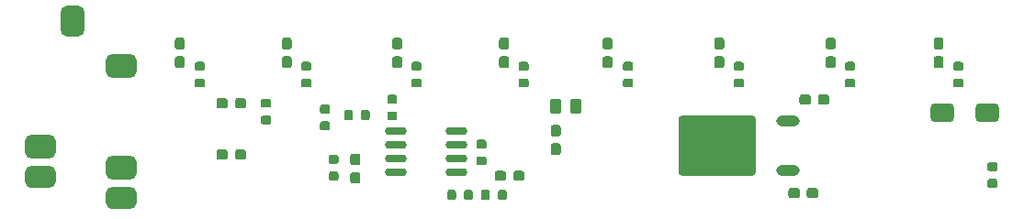
<source format=gtp>
G04 Layer_Color=8421504*
%FSLAX24Y24*%
%MOIN*%
G70*
G01*
G75*
%ADD16O,0.0800X0.0295*%
G04:AMPARAMS|DCode=17|XSize=86.6mil|YSize=110.2mil|CornerRadius=21.7mil|HoleSize=0mil|Usage=FLASHONLY|Rotation=180.000|XOffset=0mil|YOffset=0mil|HoleType=Round|Shape=RoundedRectangle|*
%AMROUNDEDRECTD17*
21,1,0.0866,0.0669,0,0,180.0*
21,1,0.0433,0.1102,0,0,180.0*
1,1,0.0433,-0.0217,0.0335*
1,1,0.0433,0.0217,0.0335*
1,1,0.0433,0.0217,-0.0335*
1,1,0.0433,-0.0217,-0.0335*
%
%ADD17ROUNDEDRECTD17*%
G04:AMPARAMS|DCode=18|XSize=86.6mil|YSize=110.2mil|CornerRadius=21.7mil|HoleSize=0mil|Usage=FLASHONLY|Rotation=90.000|XOffset=0mil|YOffset=0mil|HoleType=Round|Shape=RoundedRectangle|*
%AMROUNDEDRECTD18*
21,1,0.0866,0.0669,0,0,90.0*
21,1,0.0433,0.1102,0,0,90.0*
1,1,0.0433,0.0335,0.0217*
1,1,0.0433,0.0335,-0.0217*
1,1,0.0433,-0.0335,-0.0217*
1,1,0.0433,-0.0335,0.0217*
%
%ADD18ROUNDEDRECTD18*%
G04:AMPARAMS|DCode=19|XSize=78.7mil|YSize=110.2mil|CornerRadius=19.7mil|HoleSize=0mil|Usage=FLASHONLY|Rotation=90.000|XOffset=0mil|YOffset=0mil|HoleType=Round|Shape=RoundedRectangle|*
%AMROUNDEDRECTD19*
21,1,0.0787,0.0709,0,0,90.0*
21,1,0.0394,0.1102,0,0,90.0*
1,1,0.0394,0.0354,0.0197*
1,1,0.0394,0.0354,-0.0197*
1,1,0.0394,-0.0354,-0.0197*
1,1,0.0394,-0.0354,0.0197*
%
%ADD19ROUNDEDRECTD19*%
G04:AMPARAMS|DCode=20|XSize=55.1mil|YSize=41.3mil|CornerRadius=10.3mil|HoleSize=0mil|Usage=FLASHONLY|Rotation=270.000|XOffset=0mil|YOffset=0mil|HoleType=Round|Shape=RoundedRectangle|*
%AMROUNDEDRECTD20*
21,1,0.0551,0.0207,0,0,270.0*
21,1,0.0344,0.0413,0,0,270.0*
1,1,0.0207,-0.0103,-0.0172*
1,1,0.0207,-0.0103,0.0172*
1,1,0.0207,0.0103,0.0172*
1,1,0.0207,0.0103,-0.0172*
%
%ADD20ROUNDEDRECTD20*%
%ADD21O,0.0846X0.0394*%
G04:AMPARAMS|DCode=22|XSize=279.5mil|YSize=218.5mil|CornerRadius=10.9mil|HoleSize=0mil|Usage=FLASHONLY|Rotation=180.000|XOffset=0mil|YOffset=0mil|HoleType=Round|Shape=RoundedRectangle|*
%AMROUNDEDRECTD22*
21,1,0.2795,0.1967,0,0,180.0*
21,1,0.2577,0.2185,0,0,180.0*
1,1,0.0219,-0.1288,0.0983*
1,1,0.0219,0.1288,0.0983*
1,1,0.0219,0.1288,-0.0983*
1,1,0.0219,-0.1288,-0.0983*
%
%ADD22ROUNDEDRECTD22*%
G04:AMPARAMS|DCode=23|XSize=86.6mil|YSize=68.9mil|CornerRadius=17.2mil|HoleSize=0mil|Usage=FLASHONLY|Rotation=180.000|XOffset=0mil|YOffset=0mil|HoleType=Round|Shape=RoundedRectangle|*
%AMROUNDEDRECTD23*
21,1,0.0866,0.0344,0,0,180.0*
21,1,0.0522,0.0689,0,0,180.0*
1,1,0.0344,-0.0261,0.0172*
1,1,0.0344,0.0261,0.0172*
1,1,0.0344,0.0261,-0.0172*
1,1,0.0344,-0.0261,-0.0172*
%
%ADD23ROUNDEDRECTD23*%
G36*
X20663Y33482D02*
X20689Y33465D01*
X20707Y33438D01*
X20713Y33407D01*
Y33247D01*
X20707Y33216D01*
X20689Y33189D01*
X20663Y33172D01*
X20631Y33165D01*
X20431D01*
X20400Y33172D01*
X20374Y33189D01*
X20356Y33216D01*
X20350Y33247D01*
Y33407D01*
X20356Y33438D01*
X20374Y33465D01*
X20400Y33482D01*
X20431Y33488D01*
X20631D01*
X20663Y33482D01*
D02*
G37*
G36*
X22799Y33266D02*
X22825Y33248D01*
X22843Y33222D01*
X22849Y33190D01*
Y33030D01*
X22843Y32999D01*
X22825Y32973D01*
X22799Y32955D01*
X22767Y32949D01*
X22567D01*
X22536Y32955D01*
X22510Y32973D01*
X22492Y32999D01*
X22486Y33030D01*
Y33190D01*
X22492Y33222D01*
X22510Y33248D01*
X22536Y33266D01*
X22567Y33272D01*
X22767D01*
X22799Y33266D01*
D02*
G37*
G36*
X23635Y33679D02*
X23661Y33662D01*
X23679Y33635D01*
X23685Y33604D01*
Y33404D01*
X23679Y33373D01*
X23661Y33346D01*
X23635Y33329D01*
X23604Y33322D01*
X23444D01*
X23413Y33329D01*
X23386Y33346D01*
X23368Y33373D01*
X23362Y33404D01*
Y33604D01*
X23368Y33635D01*
X23386Y33662D01*
X23413Y33679D01*
X23444Y33686D01*
X23604D01*
X23635Y33679D01*
D02*
G37*
G36*
X25239Y33620D02*
X25266Y33602D01*
X25284Y33576D01*
X25290Y33545D01*
Y33385D01*
X25284Y33353D01*
X25266Y33327D01*
X25239Y33309D01*
X25208Y33303D01*
X25008D01*
X24977Y33309D01*
X24951Y33327D01*
X24933Y33353D01*
X24927Y33385D01*
Y33545D01*
X24933Y33576D01*
X24951Y33602D01*
X24977Y33620D01*
X25008Y33626D01*
X25208D01*
X25239Y33620D01*
D02*
G37*
G36*
X31168Y32463D02*
X31198Y32443D01*
X31218Y32414D01*
X31225Y32378D01*
Y32148D01*
X31218Y32113D01*
X31198Y32084D01*
X31168Y32064D01*
X31133Y32057D01*
X30953D01*
X30918Y32064D01*
X30888Y32084D01*
X30869Y32113D01*
X30862Y32148D01*
Y32378D01*
X30869Y32414D01*
X30888Y32443D01*
X30918Y32463D01*
X30953Y32470D01*
X31133D01*
X31168Y32463D01*
D02*
G37*
G36*
X19757Y32242D02*
X19787Y32222D01*
X19806Y32192D01*
X19813Y32157D01*
Y31977D01*
X19806Y31942D01*
X19787Y31912D01*
X19757Y31892D01*
X19722Y31885D01*
X19492D01*
X19457Y31892D01*
X19427Y31912D01*
X19407Y31942D01*
X19400Y31977D01*
Y32157D01*
X19407Y32192D01*
X19427Y32222D01*
X19457Y32242D01*
X19492Y32249D01*
X19722D01*
X19757Y32242D01*
D02*
G37*
G36*
X31168Y33133D02*
X31198Y33113D01*
X31218Y33084D01*
X31225Y33048D01*
Y32818D01*
X31218Y32783D01*
X31198Y32754D01*
X31168Y32734D01*
X31133Y32727D01*
X30953D01*
X30918Y32734D01*
X30888Y32754D01*
X30869Y32783D01*
X30862Y32818D01*
Y33048D01*
X30869Y33084D01*
X30888Y33113D01*
X30918Y33133D01*
X30953Y33140D01*
X31133D01*
X31168Y33133D01*
D02*
G37*
G36*
X28478Y32596D02*
X28504Y32578D01*
X28522Y32552D01*
X28528Y32521D01*
Y32361D01*
X28522Y32330D01*
X28504Y32303D01*
X28478Y32285D01*
X28446Y32279D01*
X28246D01*
X28215Y32285D01*
X28189Y32303D01*
X28171Y32330D01*
X28165Y32361D01*
Y32521D01*
X28171Y32552D01*
X28189Y32578D01*
X28215Y32596D01*
X28246Y32602D01*
X28446D01*
X28478Y32596D01*
D02*
G37*
G36*
X40248Y34240D02*
X40278Y34220D01*
X40298Y34190D01*
X40305Y34155D01*
Y33975D01*
X40298Y33940D01*
X40278Y33910D01*
X40248Y33890D01*
X40213Y33883D01*
X39983D01*
X39948Y33890D01*
X39918Y33910D01*
X39898Y33940D01*
X39891Y33975D01*
Y34155D01*
X39898Y34190D01*
X39918Y34220D01*
X39948Y34240D01*
X39983Y34247D01*
X40213D01*
X40248Y34240D01*
D02*
G37*
G36*
X20663Y34092D02*
X20689Y34075D01*
X20707Y34048D01*
X20713Y34017D01*
Y33857D01*
X20707Y33826D01*
X20689Y33799D01*
X20663Y33782D01*
X20631Y33775D01*
X20431D01*
X20400Y33782D01*
X20374Y33799D01*
X20356Y33826D01*
X20350Y33857D01*
Y34017D01*
X20356Y34048D01*
X20374Y34075D01*
X20400Y34092D01*
X20431Y34098D01*
X20631D01*
X20663Y34092D01*
D02*
G37*
G36*
X25239Y34230D02*
X25266Y34212D01*
X25284Y34186D01*
X25290Y34155D01*
Y33995D01*
X25284Y33963D01*
X25266Y33937D01*
X25239Y33919D01*
X25208Y33913D01*
X25008D01*
X24977Y33919D01*
X24951Y33937D01*
X24933Y33963D01*
X24927Y33995D01*
Y34155D01*
X24933Y34186D01*
X24951Y34212D01*
X24977Y34230D01*
X25008Y34236D01*
X25208D01*
X25239Y34230D01*
D02*
G37*
G36*
X40918Y34240D02*
X40948Y34220D01*
X40968Y34190D01*
X40975Y34155D01*
Y33975D01*
X40968Y33940D01*
X40948Y33910D01*
X40918Y33890D01*
X40883Y33883D01*
X40653D01*
X40618Y33890D01*
X40588Y33910D01*
X40568Y33940D01*
X40561Y33975D01*
Y34155D01*
X40568Y34190D01*
X40588Y34220D01*
X40618Y34240D01*
X40653Y34247D01*
X40883D01*
X40918Y34240D01*
D02*
G37*
G36*
X22799Y33876D02*
X22825Y33858D01*
X22843Y33832D01*
X22849Y33800D01*
Y33640D01*
X22843Y33609D01*
X22825Y33583D01*
X22799Y33565D01*
X22767Y33559D01*
X22567D01*
X22536Y33565D01*
X22510Y33583D01*
X22492Y33609D01*
X22486Y33640D01*
Y33800D01*
X22492Y33832D01*
X22510Y33858D01*
X22536Y33876D01*
X22567Y33882D01*
X22767D01*
X22799Y33876D01*
D02*
G37*
G36*
X24245Y33679D02*
X24271Y33662D01*
X24289Y33635D01*
X24295Y33604D01*
Y33404D01*
X24289Y33373D01*
X24271Y33346D01*
X24245Y33329D01*
X24214Y33322D01*
X24054D01*
X24023Y33329D01*
X23996Y33346D01*
X23978Y33373D01*
X23972Y33404D01*
Y33604D01*
X23978Y33635D01*
X23996Y33662D01*
X24023Y33679D01*
X24054Y33686D01*
X24214D01*
X24245Y33679D01*
D02*
G37*
G36*
X19757Y34112D02*
X19787Y34092D01*
X19806Y34062D01*
X19813Y34027D01*
Y33847D01*
X19806Y33812D01*
X19787Y33782D01*
X19757Y33762D01*
X19722Y33755D01*
X19492D01*
X19457Y33762D01*
X19427Y33782D01*
X19407Y33812D01*
X19400Y33847D01*
Y34027D01*
X19407Y34062D01*
X19427Y34092D01*
X19457Y34112D01*
X19492Y34119D01*
X19722D01*
X19757Y34112D01*
D02*
G37*
G36*
X19087D02*
X19117Y34092D01*
X19136Y34062D01*
X19143Y34027D01*
Y33847D01*
X19136Y33812D01*
X19117Y33782D01*
X19087Y33762D01*
X19052Y33755D01*
X18822D01*
X18787Y33762D01*
X18757Y33782D01*
X18737Y33812D01*
X18730Y33847D01*
Y34027D01*
X18737Y34062D01*
X18757Y34092D01*
X18787Y34112D01*
X18822Y34119D01*
X19052D01*
X19087Y34112D01*
D02*
G37*
G36*
X40515Y30844D02*
X40544Y30824D01*
X40564Y30794D01*
X40571Y30759D01*
Y30579D01*
X40564Y30544D01*
X40544Y30514D01*
X40515Y30495D01*
X40480Y30488D01*
X40250D01*
X40214Y30495D01*
X40185Y30514D01*
X40165Y30544D01*
X40158Y30579D01*
Y30759D01*
X40165Y30794D01*
X40185Y30824D01*
X40214Y30844D01*
X40250Y30851D01*
X40480D01*
X40515Y30844D01*
D02*
G37*
G36*
X39845D02*
X39874Y30824D01*
X39894Y30794D01*
X39901Y30759D01*
Y30579D01*
X39894Y30544D01*
X39874Y30514D01*
X39845Y30495D01*
X39810Y30488D01*
X39580D01*
X39544Y30495D01*
X39515Y30514D01*
X39495Y30544D01*
X39488Y30579D01*
Y30759D01*
X39495Y30794D01*
X39515Y30824D01*
X39544Y30844D01*
X39580Y30851D01*
X39810D01*
X39845Y30844D01*
D02*
G37*
G36*
X23895Y31420D02*
X23925Y31400D01*
X23944Y31370D01*
X23951Y31335D01*
Y31105D01*
X23944Y31070D01*
X23925Y31040D01*
X23895Y31020D01*
X23860Y31013D01*
X23680D01*
X23645Y31020D01*
X23615Y31040D01*
X23595Y31070D01*
X23588Y31105D01*
Y31335D01*
X23595Y31370D01*
X23615Y31400D01*
X23645Y31420D01*
X23680Y31427D01*
X23860D01*
X23895Y31420D01*
D02*
G37*
G36*
X47031Y31169D02*
X47057Y31152D01*
X47075Y31125D01*
X47081Y31094D01*
Y30934D01*
X47075Y30903D01*
X47057Y30876D01*
X47031Y30859D01*
X47000Y30852D01*
X46800D01*
X46768Y30859D01*
X46742Y30876D01*
X46724Y30903D01*
X46718Y30934D01*
Y31094D01*
X46724Y31125D01*
X46742Y31152D01*
X46768Y31169D01*
X46800Y31175D01*
X47000D01*
X47031Y31169D01*
D02*
G37*
G36*
X27985Y30776D02*
X28012Y30758D01*
X28029Y30732D01*
X28035Y30700D01*
Y30500D01*
X28029Y30469D01*
X28012Y30443D01*
X27985Y30425D01*
X27954Y30419D01*
X27794D01*
X27763Y30425D01*
X27736Y30443D01*
X27719Y30469D01*
X27712Y30500D01*
Y30700D01*
X27719Y30732D01*
X27736Y30758D01*
X27763Y30776D01*
X27794Y30782D01*
X27954D01*
X27985Y30776D01*
D02*
G37*
G36*
X27375D02*
X27402Y30758D01*
X27419Y30732D01*
X27425Y30700D01*
Y30500D01*
X27419Y30469D01*
X27402Y30443D01*
X27375Y30425D01*
X27344Y30419D01*
X27184D01*
X27153Y30425D01*
X27126Y30443D01*
X27109Y30469D01*
X27102Y30500D01*
Y30700D01*
X27109Y30732D01*
X27126Y30758D01*
X27153Y30776D01*
X27184Y30782D01*
X27344D01*
X27375Y30776D01*
D02*
G37*
G36*
X29215D02*
X29242Y30758D01*
X29260Y30732D01*
X29266Y30700D01*
Y30500D01*
X29260Y30469D01*
X29242Y30443D01*
X29215Y30425D01*
X29184Y30419D01*
X29024D01*
X28993Y30425D01*
X28967Y30443D01*
X28949Y30469D01*
X28943Y30500D01*
Y30700D01*
X28949Y30732D01*
X28967Y30758D01*
X28993Y30776D01*
X29024Y30782D01*
X29184D01*
X29215Y30776D01*
D02*
G37*
G36*
X28605D02*
X28632Y30758D01*
X28650Y30732D01*
X28656Y30700D01*
Y30500D01*
X28650Y30469D01*
X28632Y30443D01*
X28605Y30425D01*
X28574Y30419D01*
X28414D01*
X28383Y30425D01*
X28357Y30443D01*
X28339Y30469D01*
X28333Y30500D01*
Y30700D01*
X28339Y30732D01*
X28357Y30758D01*
X28383Y30776D01*
X28414Y30782D01*
X28574D01*
X28605Y30776D01*
D02*
G37*
G36*
X23895Y32090D02*
X23925Y32070D01*
X23944Y32040D01*
X23951Y32005D01*
Y31775D01*
X23944Y31740D01*
X23925Y31710D01*
X23895Y31690D01*
X23860Y31683D01*
X23680D01*
X23645Y31690D01*
X23615Y31710D01*
X23595Y31740D01*
X23588Y31775D01*
Y32005D01*
X23595Y32040D01*
X23615Y32070D01*
X23645Y32090D01*
X23680Y32097D01*
X23860D01*
X23895Y32090D01*
D02*
G37*
G36*
X28478Y31986D02*
X28504Y31969D01*
X28522Y31942D01*
X28528Y31911D01*
Y31751D01*
X28522Y31720D01*
X28504Y31693D01*
X28478Y31675D01*
X28446Y31669D01*
X28246D01*
X28215Y31675D01*
X28189Y31693D01*
X28171Y31720D01*
X28165Y31751D01*
Y31911D01*
X28171Y31942D01*
X28189Y31969D01*
X28215Y31986D01*
X28246Y31992D01*
X28446D01*
X28478Y31986D01*
D02*
G37*
G36*
X19087Y32242D02*
X19117Y32222D01*
X19136Y32192D01*
X19143Y32157D01*
Y31977D01*
X19136Y31942D01*
X19117Y31912D01*
X19087Y31892D01*
X19052Y31885D01*
X18822D01*
X18787Y31892D01*
X18757Y31912D01*
X18737Y31942D01*
X18730Y31977D01*
Y32157D01*
X18737Y32192D01*
X18757Y32222D01*
X18787Y32242D01*
X18822Y32249D01*
X19052D01*
X19087Y32242D01*
D02*
G37*
G36*
X23114Y32045D02*
X23140Y32027D01*
X23158Y32001D01*
X23164Y31970D01*
Y31810D01*
X23158Y31778D01*
X23140Y31752D01*
X23114Y31734D01*
X23082Y31728D01*
X22882D01*
X22851Y31734D01*
X22825Y31752D01*
X22807Y31778D01*
X22801Y31810D01*
Y31970D01*
X22807Y32001D01*
X22825Y32027D01*
X22851Y32045D01*
X22882Y32051D01*
X23082D01*
X23114Y32045D01*
D02*
G37*
G36*
X29855Y31464D02*
X29885Y31444D01*
X29905Y31414D01*
X29912Y31379D01*
Y31199D01*
X29905Y31164D01*
X29885Y31134D01*
X29855Y31115D01*
X29820Y31108D01*
X29590D01*
X29555Y31115D01*
X29525Y31134D01*
X29505Y31164D01*
X29498Y31199D01*
Y31379D01*
X29505Y31414D01*
X29525Y31444D01*
X29555Y31464D01*
X29590Y31471D01*
X29820D01*
X29855Y31464D01*
D02*
G37*
G36*
X29185D02*
X29215Y31444D01*
X29235Y31414D01*
X29242Y31379D01*
Y31199D01*
X29235Y31164D01*
X29215Y31134D01*
X29185Y31115D01*
X29150Y31108D01*
X28920D01*
X28885Y31115D01*
X28855Y31134D01*
X28835Y31164D01*
X28828Y31199D01*
Y31379D01*
X28835Y31414D01*
X28855Y31444D01*
X28885Y31464D01*
X28920Y31471D01*
X29150D01*
X29185Y31464D01*
D02*
G37*
G36*
X47031Y31779D02*
X47057Y31762D01*
X47075Y31735D01*
X47081Y31704D01*
Y31544D01*
X47075Y31513D01*
X47057Y31486D01*
X47031Y31469D01*
X47000Y31462D01*
X46800D01*
X46768Y31469D01*
X46742Y31486D01*
X46724Y31513D01*
X46718Y31544D01*
Y31704D01*
X46724Y31735D01*
X46742Y31762D01*
X46768Y31779D01*
X46800Y31785D01*
X47000D01*
X47031Y31779D01*
D02*
G37*
G36*
X23114Y31435D02*
X23140Y31417D01*
X23158Y31391D01*
X23164Y31360D01*
Y31200D01*
X23158Y31168D01*
X23140Y31142D01*
X23114Y31124D01*
X23082Y31118D01*
X22882D01*
X22851Y31124D01*
X22825Y31142D01*
X22807Y31168D01*
X22801Y31200D01*
Y31360D01*
X22807Y31391D01*
X22825Y31417D01*
X22851Y31435D01*
X22882Y31441D01*
X23082D01*
X23114Y31435D01*
D02*
G37*
G36*
X29298Y35632D02*
X29328Y35613D01*
X29348Y35583D01*
X29355Y35548D01*
Y35318D01*
X29348Y35283D01*
X29328Y35253D01*
X29298Y35233D01*
X29263Y35226D01*
X29083D01*
X29048Y35233D01*
X29018Y35253D01*
X28998Y35283D01*
X28991Y35318D01*
Y35548D01*
X28998Y35583D01*
X29018Y35613D01*
X29048Y35632D01*
X29083Y35639D01*
X29263D01*
X29298Y35632D01*
D02*
G37*
G36*
X25420D02*
X25450Y35613D01*
X25470Y35583D01*
X25477Y35548D01*
Y35318D01*
X25470Y35283D01*
X25450Y35253D01*
X25420Y35233D01*
X25385Y35226D01*
X25205D01*
X25170Y35233D01*
X25140Y35253D01*
X25120Y35283D01*
X25114Y35318D01*
Y35548D01*
X25120Y35583D01*
X25140Y35613D01*
X25170Y35632D01*
X25205Y35639D01*
X25385D01*
X25420Y35632D01*
D02*
G37*
G36*
X45066D02*
X45096Y35613D01*
X45116Y35583D01*
X45123Y35548D01*
Y35318D01*
X45116Y35283D01*
X45096Y35253D01*
X45066Y35233D01*
X45031Y35226D01*
X44851D01*
X44816Y35233D01*
X44786Y35253D01*
X44766Y35283D01*
X44759Y35318D01*
Y35548D01*
X44766Y35583D01*
X44786Y35613D01*
X44816Y35632D01*
X44851Y35639D01*
X45031D01*
X45066Y35632D01*
D02*
G37*
G36*
X41149D02*
X41179Y35613D01*
X41198Y35583D01*
X41205Y35548D01*
Y35318D01*
X41198Y35283D01*
X41179Y35253D01*
X41149Y35233D01*
X41114Y35226D01*
X40934D01*
X40899Y35233D01*
X40869Y35253D01*
X40849Y35283D01*
X40842Y35318D01*
Y35548D01*
X40849Y35583D01*
X40869Y35613D01*
X40899Y35632D01*
X40934Y35639D01*
X41114D01*
X41149Y35632D01*
D02*
G37*
G36*
X37103Y35632D02*
X37133Y35613D01*
X37153Y35583D01*
X37160Y35548D01*
Y35318D01*
X37153Y35283D01*
X37133Y35253D01*
X37103Y35233D01*
X37068Y35226D01*
X36888D01*
X36853Y35233D01*
X36823Y35253D01*
X36804Y35283D01*
X36797Y35318D01*
Y35548D01*
X36804Y35583D01*
X36823Y35613D01*
X36853Y35632D01*
X36888Y35639D01*
X37068D01*
X37103Y35632D01*
D02*
G37*
G36*
X33058D02*
X33088Y35613D01*
X33108Y35583D01*
X33115Y35548D01*
Y35318D01*
X33108Y35283D01*
X33088Y35253D01*
X33058Y35233D01*
X33023Y35226D01*
X32843D01*
X32808Y35233D01*
X32778Y35253D01*
X32758Y35283D01*
X32751Y35318D01*
Y35548D01*
X32758Y35583D01*
X32778Y35613D01*
X32808Y35632D01*
X32843Y35639D01*
X33023D01*
X33058Y35632D01*
D02*
G37*
G36*
X21405Y35632D02*
X21434Y35613D01*
X21454Y35583D01*
X21461Y35548D01*
Y35318D01*
X21454Y35283D01*
X21434Y35253D01*
X21405Y35233D01*
X21370Y35226D01*
X21190D01*
X21154Y35233D01*
X21125Y35253D01*
X21105Y35283D01*
X21098Y35318D01*
Y35548D01*
X21105Y35583D01*
X21125Y35613D01*
X21154Y35632D01*
X21190Y35639D01*
X21370D01*
X21405Y35632D01*
D02*
G37*
G36*
X17527D02*
X17556Y35613D01*
X17576Y35583D01*
X17583Y35548D01*
Y35318D01*
X17576Y35283D01*
X17556Y35253D01*
X17527Y35233D01*
X17492Y35226D01*
X17312D01*
X17276Y35233D01*
X17247Y35253D01*
X17227Y35283D01*
X17220Y35318D01*
Y35548D01*
X17227Y35583D01*
X17247Y35613D01*
X17276Y35632D01*
X17312Y35639D01*
X17492D01*
X17527Y35632D01*
D02*
G37*
G36*
X29298Y36302D02*
X29328Y36283D01*
X29348Y36253D01*
X29355Y36218D01*
Y35988D01*
X29348Y35953D01*
X29328Y35923D01*
X29298Y35903D01*
X29263Y35896D01*
X29083D01*
X29048Y35903D01*
X29018Y35923D01*
X28998Y35953D01*
X28991Y35988D01*
Y36218D01*
X28998Y36253D01*
X29018Y36283D01*
X29048Y36302D01*
X29083Y36309D01*
X29263D01*
X29298Y36302D01*
D02*
G37*
G36*
X25420D02*
X25450Y36283D01*
X25470Y36253D01*
X25477Y36218D01*
Y35988D01*
X25470Y35953D01*
X25450Y35923D01*
X25420Y35903D01*
X25385Y35896D01*
X25205D01*
X25170Y35903D01*
X25140Y35923D01*
X25120Y35953D01*
X25114Y35988D01*
Y36218D01*
X25120Y36253D01*
X25140Y36283D01*
X25170Y36302D01*
X25205Y36309D01*
X25385D01*
X25420Y36302D01*
D02*
G37*
G36*
X45066D02*
X45096Y36283D01*
X45116Y36253D01*
X45123Y36218D01*
Y35988D01*
X45116Y35953D01*
X45096Y35923D01*
X45066Y35903D01*
X45031Y35896D01*
X44851D01*
X44816Y35903D01*
X44786Y35923D01*
X44766Y35953D01*
X44759Y35988D01*
Y36218D01*
X44766Y36253D01*
X44786Y36283D01*
X44816Y36302D01*
X44851Y36309D01*
X45031D01*
X45066Y36302D01*
D02*
G37*
G36*
X41149D02*
X41179Y36283D01*
X41198Y36253D01*
X41205Y36218D01*
Y35988D01*
X41198Y35953D01*
X41179Y35923D01*
X41149Y35903D01*
X41114Y35896D01*
X40934D01*
X40899Y35903D01*
X40869Y35923D01*
X40849Y35953D01*
X40842Y35988D01*
Y36218D01*
X40849Y36253D01*
X40869Y36283D01*
X40899Y36302D01*
X40934Y36309D01*
X41114D01*
X41149Y36302D01*
D02*
G37*
G36*
X37103Y36302D02*
X37133Y36283D01*
X37153Y36253D01*
X37160Y36218D01*
Y35988D01*
X37153Y35953D01*
X37133Y35923D01*
X37103Y35903D01*
X37068Y35896D01*
X36888D01*
X36853Y35903D01*
X36823Y35923D01*
X36804Y35953D01*
X36797Y35988D01*
Y36218D01*
X36804Y36253D01*
X36823Y36283D01*
X36853Y36302D01*
X36888Y36309D01*
X37068D01*
X37103Y36302D01*
D02*
G37*
G36*
X33058D02*
X33088Y36283D01*
X33108Y36253D01*
X33115Y36218D01*
Y35988D01*
X33108Y35953D01*
X33088Y35923D01*
X33058Y35903D01*
X33023Y35896D01*
X32843D01*
X32808Y35903D01*
X32778Y35923D01*
X32758Y35953D01*
X32751Y35988D01*
Y36218D01*
X32758Y36253D01*
X32778Y36283D01*
X32808Y36302D01*
X32843Y36309D01*
X33023D01*
X33058Y36302D01*
D02*
G37*
G36*
X21405Y36302D02*
X21434Y36283D01*
X21454Y36253D01*
X21461Y36218D01*
Y35988D01*
X21454Y35953D01*
X21434Y35923D01*
X21405Y35903D01*
X21370Y35896D01*
X21190D01*
X21154Y35903D01*
X21125Y35923D01*
X21105Y35953D01*
X21098Y35988D01*
Y36218D01*
X21105Y36253D01*
X21125Y36283D01*
X21154Y36302D01*
X21190Y36309D01*
X21370D01*
X21405Y36302D01*
D02*
G37*
G36*
X17527D02*
X17556Y36283D01*
X17576Y36253D01*
X17583Y36218D01*
Y35988D01*
X17576Y35953D01*
X17556Y35923D01*
X17527Y35903D01*
X17492Y35896D01*
X17312D01*
X17276Y35903D01*
X17247Y35923D01*
X17227Y35953D01*
X17220Y35988D01*
Y36218D01*
X17227Y36253D01*
X17247Y36283D01*
X17276Y36302D01*
X17312Y36309D01*
X17492D01*
X17527Y36302D01*
D02*
G37*
G36*
X37818Y34821D02*
X37845Y34803D01*
X37862Y34777D01*
X37869Y34745D01*
Y34585D01*
X37862Y34554D01*
X37845Y34528D01*
X37818Y34510D01*
X37787Y34504D01*
X37587D01*
X37556Y34510D01*
X37529Y34528D01*
X37512Y34554D01*
X37505Y34585D01*
Y34745D01*
X37512Y34777D01*
X37529Y34803D01*
X37556Y34821D01*
X37587Y34827D01*
X37787D01*
X37818Y34821D01*
D02*
G37*
G36*
X33802D02*
X33829Y34803D01*
X33847Y34777D01*
X33853Y34745D01*
Y34585D01*
X33847Y34554D01*
X33829Y34528D01*
X33802Y34510D01*
X33771Y34504D01*
X33571D01*
X33540Y34510D01*
X33514Y34528D01*
X33496Y34554D01*
X33490Y34585D01*
Y34745D01*
X33496Y34777D01*
X33514Y34803D01*
X33540Y34821D01*
X33571Y34827D01*
X33771D01*
X33802Y34821D01*
D02*
G37*
G36*
X45781D02*
X45807Y34803D01*
X45825Y34777D01*
X45831Y34745D01*
Y34585D01*
X45825Y34554D01*
X45807Y34528D01*
X45781Y34510D01*
X45750Y34504D01*
X45550D01*
X45518Y34510D01*
X45492Y34528D01*
X45474Y34554D01*
X45468Y34585D01*
Y34745D01*
X45474Y34777D01*
X45492Y34803D01*
X45518Y34821D01*
X45550Y34827D01*
X45750D01*
X45781Y34821D01*
D02*
G37*
G36*
X41863D02*
X41890Y34803D01*
X41908Y34777D01*
X41914Y34745D01*
Y34585D01*
X41908Y34554D01*
X41890Y34528D01*
X41863Y34510D01*
X41832Y34504D01*
X41632D01*
X41601Y34510D01*
X41575Y34528D01*
X41557Y34554D01*
X41551Y34585D01*
Y34745D01*
X41557Y34777D01*
X41575Y34803D01*
X41601Y34821D01*
X41632Y34827D01*
X41832D01*
X41863Y34821D01*
D02*
G37*
G36*
X22119D02*
X22146Y34803D01*
X22164Y34777D01*
X22170Y34745D01*
Y34585D01*
X22164Y34554D01*
X22146Y34528D01*
X22119Y34510D01*
X22088Y34504D01*
X21888D01*
X21857Y34510D01*
X21831Y34528D01*
X21813Y34554D01*
X21807Y34585D01*
Y34745D01*
X21813Y34777D01*
X21831Y34803D01*
X21857Y34821D01*
X21888Y34827D01*
X22088D01*
X22119Y34821D01*
D02*
G37*
G36*
X18261D02*
X18288Y34803D01*
X18305Y34777D01*
X18311Y34745D01*
Y34585D01*
X18305Y34554D01*
X18288Y34528D01*
X18261Y34510D01*
X18230Y34504D01*
X18030D01*
X17999Y34510D01*
X17972Y34528D01*
X17955Y34554D01*
X17948Y34585D01*
Y34745D01*
X17955Y34777D01*
X17972Y34803D01*
X17999Y34821D01*
X18030Y34827D01*
X18230D01*
X18261Y34821D01*
D02*
G37*
G36*
X30013D02*
X30040Y34803D01*
X30057Y34777D01*
X30063Y34745D01*
Y34585D01*
X30057Y34554D01*
X30040Y34528D01*
X30013Y34510D01*
X29982Y34504D01*
X29782D01*
X29751Y34510D01*
X29724Y34528D01*
X29707Y34554D01*
X29700Y34585D01*
Y34745D01*
X29707Y34777D01*
X29724Y34803D01*
X29751Y34821D01*
X29782Y34827D01*
X29982D01*
X30013Y34821D01*
D02*
G37*
G36*
X26115D02*
X26142Y34803D01*
X26160Y34777D01*
X26166Y34745D01*
Y34585D01*
X26160Y34554D01*
X26142Y34528D01*
X26115Y34510D01*
X26084Y34504D01*
X25884D01*
X25853Y34510D01*
X25827Y34528D01*
X25809Y34554D01*
X25803Y34585D01*
Y34745D01*
X25809Y34777D01*
X25827Y34803D01*
X25853Y34821D01*
X25884Y34827D01*
X26084D01*
X26115Y34821D01*
D02*
G37*
G36*
X37818Y35431D02*
X37845Y35413D01*
X37862Y35387D01*
X37869Y35355D01*
Y35195D01*
X37862Y35164D01*
X37845Y35138D01*
X37818Y35120D01*
X37787Y35114D01*
X37587D01*
X37556Y35120D01*
X37529Y35138D01*
X37512Y35164D01*
X37505Y35195D01*
Y35355D01*
X37512Y35387D01*
X37529Y35413D01*
X37556Y35431D01*
X37587Y35437D01*
X37787D01*
X37818Y35431D01*
D02*
G37*
G36*
X33802D02*
X33829Y35413D01*
X33847Y35387D01*
X33853Y35355D01*
Y35195D01*
X33847Y35164D01*
X33829Y35138D01*
X33802Y35120D01*
X33771Y35114D01*
X33571D01*
X33540Y35120D01*
X33514Y35138D01*
X33496Y35164D01*
X33490Y35195D01*
Y35355D01*
X33496Y35387D01*
X33514Y35413D01*
X33540Y35431D01*
X33571Y35437D01*
X33771D01*
X33802Y35431D01*
D02*
G37*
G36*
X45781D02*
X45807Y35413D01*
X45825Y35387D01*
X45831Y35355D01*
Y35195D01*
X45825Y35164D01*
X45807Y35138D01*
X45781Y35120D01*
X45750Y35114D01*
X45550D01*
X45518Y35120D01*
X45492Y35138D01*
X45474Y35164D01*
X45468Y35195D01*
Y35355D01*
X45474Y35387D01*
X45492Y35413D01*
X45518Y35431D01*
X45550Y35437D01*
X45750D01*
X45781Y35431D01*
D02*
G37*
G36*
X41863D02*
X41890Y35413D01*
X41908Y35387D01*
X41914Y35355D01*
Y35195D01*
X41908Y35164D01*
X41890Y35138D01*
X41863Y35120D01*
X41832Y35114D01*
X41632D01*
X41601Y35120D01*
X41575Y35138D01*
X41557Y35164D01*
X41551Y35195D01*
Y35355D01*
X41557Y35387D01*
X41575Y35413D01*
X41601Y35431D01*
X41632Y35437D01*
X41832D01*
X41863Y35431D01*
D02*
G37*
G36*
X22119D02*
X22146Y35413D01*
X22164Y35387D01*
X22170Y35355D01*
Y35195D01*
X22164Y35164D01*
X22146Y35138D01*
X22119Y35120D01*
X22088Y35114D01*
X21888D01*
X21857Y35120D01*
X21831Y35138D01*
X21813Y35164D01*
X21807Y35195D01*
Y35355D01*
X21813Y35387D01*
X21831Y35413D01*
X21857Y35431D01*
X21888Y35437D01*
X22088D01*
X22119Y35431D01*
D02*
G37*
G36*
X18261D02*
X18288Y35413D01*
X18305Y35387D01*
X18311Y35355D01*
Y35195D01*
X18305Y35164D01*
X18288Y35138D01*
X18261Y35120D01*
X18230Y35114D01*
X18030D01*
X17999Y35120D01*
X17972Y35138D01*
X17955Y35164D01*
X17948Y35195D01*
Y35355D01*
X17955Y35387D01*
X17972Y35413D01*
X17999Y35431D01*
X18030Y35437D01*
X18230D01*
X18261Y35431D01*
D02*
G37*
G36*
X30013D02*
X30040Y35413D01*
X30057Y35387D01*
X30063Y35355D01*
Y35195D01*
X30057Y35164D01*
X30040Y35138D01*
X30013Y35120D01*
X29982Y35114D01*
X29782D01*
X29751Y35120D01*
X29724Y35138D01*
X29707Y35164D01*
X29700Y35195D01*
Y35355D01*
X29707Y35387D01*
X29724Y35413D01*
X29751Y35431D01*
X29782Y35437D01*
X29982D01*
X30013Y35431D01*
D02*
G37*
G36*
X26115D02*
X26142Y35413D01*
X26160Y35387D01*
X26166Y35355D01*
Y35195D01*
X26160Y35164D01*
X26142Y35138D01*
X26115Y35120D01*
X26084Y35114D01*
X25884D01*
X25853Y35120D01*
X25827Y35138D01*
X25809Y35164D01*
X25803Y35195D01*
Y35355D01*
X25809Y35387D01*
X25827Y35413D01*
X25853Y35431D01*
X25884Y35437D01*
X26084D01*
X26115Y35431D01*
D02*
G37*
D16*
X25256Y32904D02*
D03*
Y32404D02*
D03*
X27456D02*
D03*
Y32904D02*
D03*
X25256Y31404D02*
D03*
X27456D02*
D03*
X25256Y31904D02*
D03*
X27456D02*
D03*
D17*
X13514Y36909D02*
D03*
D18*
X15266Y35295D02*
D03*
X12352Y32343D02*
D03*
X15266Y31594D02*
D03*
D19*
X12352Y31240D02*
D03*
X15266Y30492D02*
D03*
D20*
X31791Y33819D02*
D03*
X31043D02*
D03*
D21*
X39478Y33280D02*
D03*
Y31484D02*
D03*
D22*
X36919Y32382D02*
D03*
D23*
X46693Y33573D02*
D03*
X45079D02*
D03*
M02*

</source>
